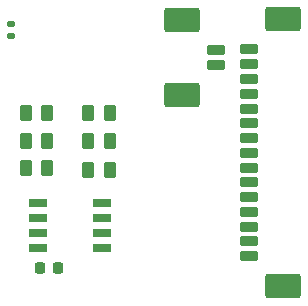
<source format=gtp>
%TF.GenerationSoftware,KiCad,Pcbnew,7.0.10-7.0.10~ubuntu22.04.1*%
%TF.CreationDate,2024-06-11T12:21:50+02:00*%
%TF.ProjectId,PQ_BotBoard,50515f42-6f74-4426-9f61-72642e6b6963,rev?*%
%TF.SameCoordinates,Original*%
%TF.FileFunction,Paste,Top*%
%TF.FilePolarity,Positive*%
%FSLAX46Y46*%
G04 Gerber Fmt 4.6, Leading zero omitted, Abs format (unit mm)*
G04 Created by KiCad (PCBNEW 7.0.10-7.0.10~ubuntu22.04.1) date 2024-06-11 12:21:50*
%MOMM*%
%LPD*%
G01*
G04 APERTURE LIST*
G04 Aperture macros list*
%AMRoundRect*
0 Rectangle with rounded corners*
0 $1 Rounding radius*
0 $2 $3 $4 $5 $6 $7 $8 $9 X,Y pos of 4 corners*
0 Add a 4 corners polygon primitive as box body*
4,1,4,$2,$3,$4,$5,$6,$7,$8,$9,$2,$3,0*
0 Add four circle primitives for the rounded corners*
1,1,$1+$1,$2,$3*
1,1,$1+$1,$4,$5*
1,1,$1+$1,$6,$7*
1,1,$1+$1,$8,$9*
0 Add four rect primitives between the rounded corners*
20,1,$1+$1,$2,$3,$4,$5,0*
20,1,$1+$1,$4,$5,$6,$7,0*
20,1,$1+$1,$6,$7,$8,$9,0*
20,1,$1+$1,$8,$9,$2,$3,0*%
G04 Aperture macros list end*
%ADD10RoundRect,0.250000X0.262500X0.450000X-0.262500X0.450000X-0.262500X-0.450000X0.262500X-0.450000X0*%
%ADD11RoundRect,0.147500X0.172500X-0.147500X0.172500X0.147500X-0.172500X0.147500X-0.172500X-0.147500X0*%
%ADD12R,1.550000X0.700000*%
%ADD13RoundRect,0.250000X-0.262500X-0.450000X0.262500X-0.450000X0.262500X0.450000X-0.262500X0.450000X0*%
%ADD14RoundRect,0.225000X-0.225000X-0.250000X0.225000X-0.250000X0.225000X0.250000X-0.225000X0.250000X0*%
%ADD15RoundRect,0.200000X-0.600000X0.200000X-0.600000X-0.200000X0.600000X-0.200000X0.600000X0.200000X0*%
%ADD16RoundRect,0.250001X-1.249999X0.799999X-1.249999X-0.799999X1.249999X-0.799999X1.249999X0.799999X0*%
%ADD17RoundRect,0.200000X0.600000X-0.200000X0.600000X0.200000X-0.600000X0.200000X-0.600000X-0.200000X0*%
%ADD18RoundRect,0.250001X1.249999X-0.799999X1.249999X0.799999X-1.249999X0.799999X-1.249999X-0.799999X0*%
G04 APERTURE END LIST*
D10*
%TO.C,VA1*%
X91993500Y-53577000D03*
X90168500Y-53577000D03*
%TD*%
D11*
%TO.C,D2*%
X88950800Y-44708700D03*
X88950800Y-43738700D03*
%TD*%
D12*
%TO.C,IC1*%
X96613000Y-62688000D03*
X96613000Y-61418000D03*
X96613000Y-60148000D03*
X96613000Y-58878000D03*
X91213000Y-58878000D03*
X91213000Y-60148000D03*
X91213000Y-61418000D03*
X91213000Y-62688000D03*
%TD*%
D13*
%TO.C,GA2*%
X95469500Y-51276000D03*
X97294500Y-51276000D03*
%TD*%
%TO.C,GA0*%
X95469500Y-56028000D03*
X97294500Y-56028000D03*
%TD*%
D10*
%TO.C,VA0*%
X91993500Y-55928000D03*
X90168500Y-55928000D03*
%TD*%
D13*
%TO.C,GA1*%
X95469500Y-53627000D03*
X97294500Y-53627000D03*
%TD*%
D14*
%TO.C,C1*%
X91385000Y-64389000D03*
X92935000Y-64389000D03*
%TD*%
D15*
%TO.C,J3*%
X106286000Y-45907800D03*
X106286000Y-47157800D03*
D16*
X103386000Y-43357800D03*
X103386000Y-49707800D03*
%TD*%
D10*
%TO.C,VA2*%
X91993500Y-51226000D03*
X90168500Y-51226000D03*
%TD*%
D17*
%TO.C,J1*%
X109106000Y-63360000D03*
X109106000Y-62110000D03*
X109106000Y-60860000D03*
X109106000Y-59610000D03*
X109106000Y-58360000D03*
X109106000Y-57110000D03*
X109106000Y-55860000D03*
X109106000Y-54610000D03*
X109106000Y-53360000D03*
X109106000Y-52110000D03*
X109106000Y-50860000D03*
X109106000Y-49610000D03*
X109106000Y-48360000D03*
X109106000Y-47110000D03*
X109106000Y-45860000D03*
D18*
X112006000Y-65910000D03*
X112006000Y-43310000D03*
%TD*%
M02*

</source>
